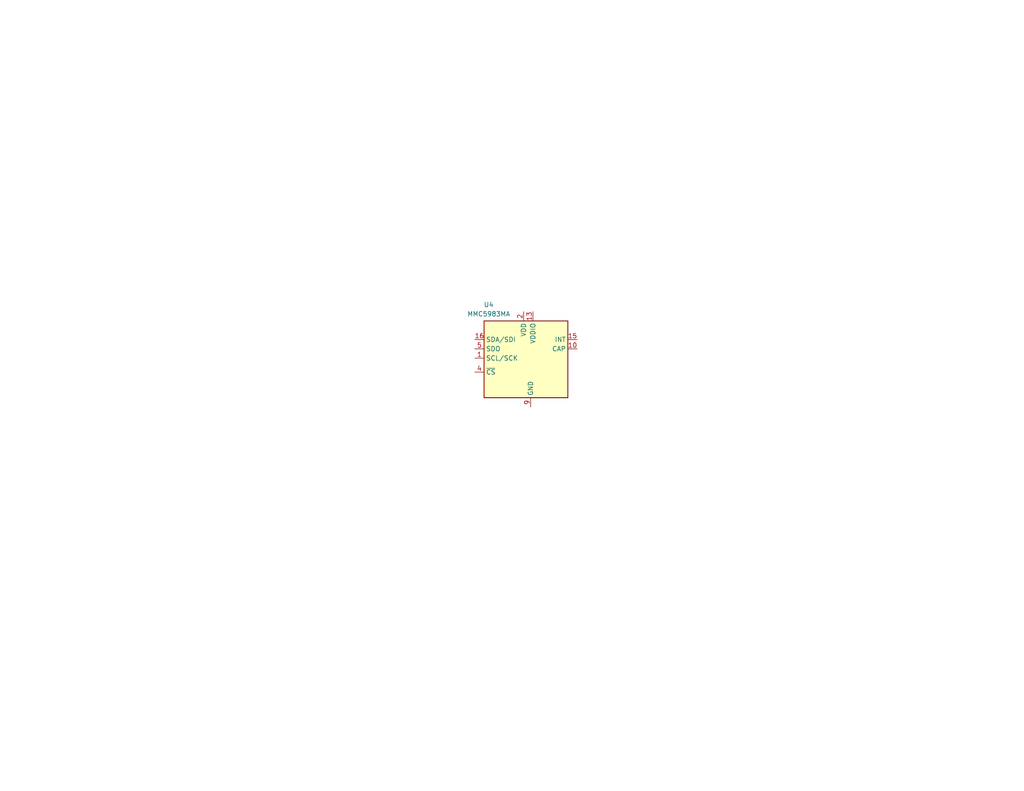
<source format=kicad_sch>
(kicad_sch (version 20211123) (generator eeschema)
  (paper "USLetter")
  (title_block (date "2022-08-06") (rev "V1.0 ") (company "Missouri S&T Rocket Design Team") (comment 1 "Seth Sievers"))
  (lib_symbols
    (symbol "Sensor_Magnetic:MMC5883MA"
      (property "Reference" "U?" (at -11.43 15.1257 0))
      (property "Value" "MMC5883MA" (at -11.43 12.5857 0))
      (symbol "MMC5883MA_0_1"
        (rectangle (start -11.43 9.525) (end 11.43 -11.43) (stroke (width 0.254)) (fill (type background)))
      )
      (symbol "MMC5883MA_1_1"
        (pin input line (at -13.97 -0.635 0) (length 2.54) (name "SCL/SCK") (number "1"))
        (pin passive line (at 13.97 1.905 180) (length 2.54) (name "CAP") (number "10"))
        (pin passive line (at 1.27 -13.97 90) (length 2.54) hide (name "GND") (number "11"))
        (pin power_out line (at 1.27 -13.97 90) (length 2.54) hide (name "NC") (number "12"))
        (pin power_in line (at 1.905 12.065 270) (length 2.54) (name "VDDIO") (number "13"))
        (pin power_out line (at 1.27 -13.97 90) (length 2.54) hide (name "NC") (number "14"))
        (pin output line (at 13.97 4.445 180) (length 2.54) (name "INT") (number "15"))
        (pin bidirectional line (at -13.97 4.445 0) (length 2.54) (name "SDA/SDI") (number "16"))
        (pin power_in line (at -0.635 12.065 270) (length 2.54) (name "VDD") (number "2"))
        (pin power_out line (at 1.27 -13.97 90) (length 2.54) hide (name "NC") (number "3"))
        (pin input line (at -13.97 -4.445 0) (length 2.54) (name "~{CS}") (number "4"))
        (pin output line (at -13.97 1.905 0) (length 2.54) (name "SDO") (number "5"))
        (pin power_out line (at 1.27 -13.97 90) (length 2.54) hide (name "NC") (number "6"))
        (pin power_out line (at 1.27 -13.97 90) (length 2.54) hide (name "NC") (number "7"))
        (pin power_out line (at 1.27 -13.97 90) (length 2.54) hide (name "NC") (number "8"))
        (pin power_in line (at 1.27 -13.97 90) (length 2.54) (name "GND") (number "9"))
      )
    )
  )
  (symbol (lib_id "Sensor_Magnetic:MMC5883MA") (at 143.51 97.155 0) (unit 1)
    (property "Reference" "U4" (at 133.35 83.185 0))
    (property "Value" "MMC5983MA" (at 133.35 85.725 0))
    (property "Footprint" "Package_LGA:LGA-16_3x3mm_P0.5mm" (effects hide))
    (property "Datasheet" "https://media.digikey.com/pdf/Data%20Sheets/MEMSIC%20PDFs/MMC5983MA_RevA_4-3-19.pdf" (effects hide))
    (property "Digikey" "https://www.digikey.com/en/products/detail/memsic-inc/MMC5983MA/10452795" (effects hide))
  )
)
</source>
